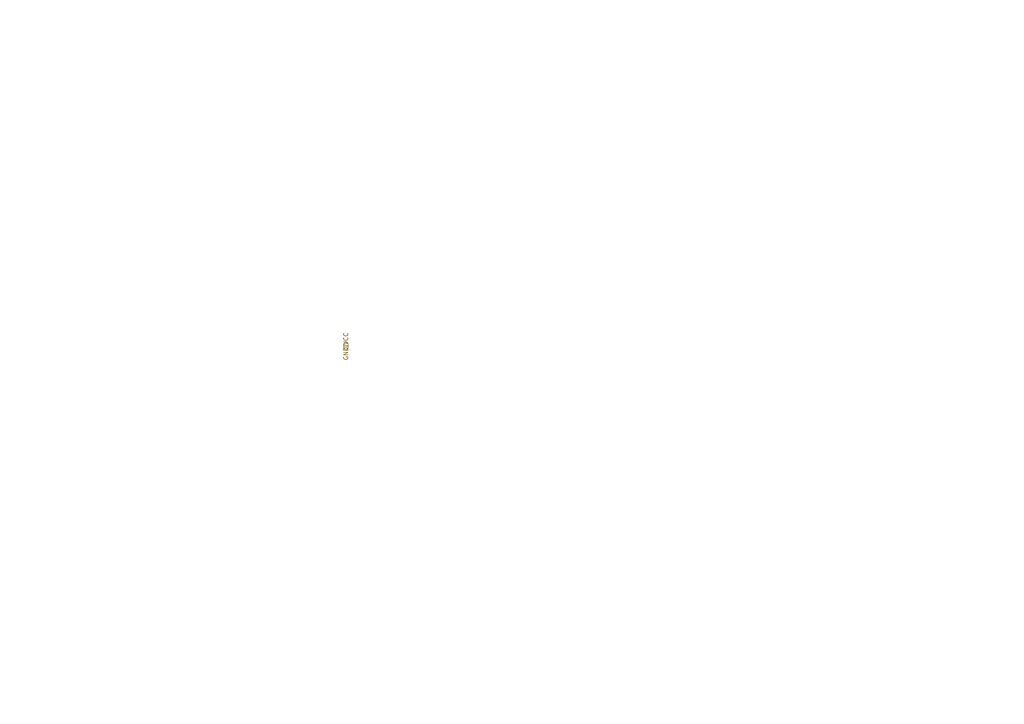
<source format=kicad_sch>
(kicad_sch (version 20250114) (generator "rust_kicad_schematic_writer") (generator_version "0.1.0") (uuid "bfc8c0aa-a648-48c7-8c0d-7f7c6afd93b8") (paper "A4") (lib_symbols) (symbol (lib_id "Device:R") (at 100.0 100.0 0.0) (unit 1) (exclude_from_sim no) (in_bom yes) (on_board yes) (dnp no) (fields_autoplaced yes) (uuid "dc90a6ba-a700-4525-9080-1839a7ddbd8d") (property "Reference" "R1" (at 100.0 97.46 0) (effects (font (size 1.27 1.27)))) (property "Value" "10k" (at 100.0 102.54 0) (effects (font (size 1.27 1.27)))) (pin "1" (uuid "ee5e7e49-92c2-4607-8122-badcd4cfef90")) (pin "2" (uuid "9c3952ba-bd90-4a0a-bf21-dec11cf421de")) (instances (project "circuit_synth_project" (path "/" (reference "R1") (unit 1))))) (symbol (lib_id "Device:C") (at 150.0 100.0 0.0) (unit 1) (exclude_from_sim no) (in_bom yes) (on_board yes) (dnp no) (fields_autoplaced yes) (uuid "1e245fcc-5209-4628-9aa6-fc7875d33ac0") (property "Reference" "C1" (at 150.0 97.46 0) (effects (font (size 1.27 1.27)))) (property "Value" "100nF" (at 150.0 102.54 0) (effects (font (size 1.27 1.27)))) (pin "1" (uuid "311954e4-8c61-44b8-ac7c-508db49415f5")) (pin "2" (uuid "97999d12-135c-4ae6-be7f-492829812c7e")) (instances (project "circuit_synth_project" (path "/" (reference "C1") (unit 1))))) (hierarchical_label "VCC" (shape input) (at 100.33 101.6 90.0) (effects (font (size 1.27 1.27)) (justify left)) (uuid "bb7978e7-3c19-4e2c-b8ee-3864f9959199")) (hierarchical_label "GND" (shape input) (at 100.33 99.06 270.0) (effects (font (size 1.27 1.27)) (justify right)) (uuid "ebf9f6e2-cf23-4e76-9135-a7450d251b01")) (sheet_instances (path "/" (page "1"))) (embedded_fonts no))
</source>
